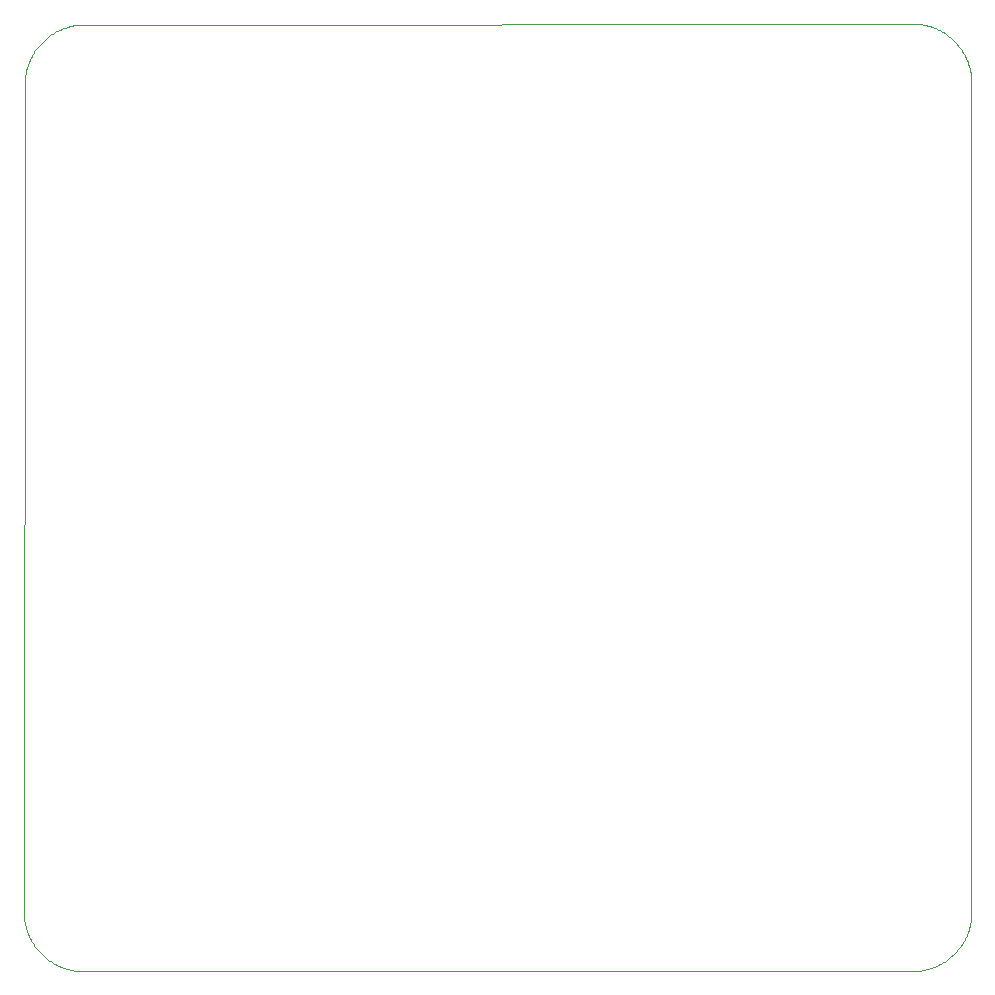
<source format=gbr>
%TF.GenerationSoftware,KiCad,Pcbnew,9.0.1*%
%TF.CreationDate,2025-11-07T15:46:44-06:00*%
%TF.ProjectId,cubesat Sim board,63756265-7361-4742-9053-696d20626f61,rev?*%
%TF.SameCoordinates,Original*%
%TF.FileFunction,Profile,NP*%
%FSLAX46Y46*%
G04 Gerber Fmt 4.6, Leading zero omitted, Abs format (unit mm)*
G04 Created by KiCad (PCBNEW 9.0.1) date 2025-11-07 15:46:44*
%MOMM*%
%LPD*%
G01*
G04 APERTURE LIST*
%TA.AperFunction,Profile*%
%ADD10C,0.025400*%
%TD*%
G04 APERTURE END LIST*
D10*
X115400130Y-124648900D02*
X115392760Y-124528250D01*
X191321240Y-129239190D02*
X191201090Y-129254940D01*
X116077040Y-126821620D02*
X116017090Y-126716720D01*
X117824739Y-49904555D02*
X117928119Y-49841565D01*
X193634160Y-50080350D02*
X193729660Y-50154770D01*
X191904670Y-49231220D02*
X192021260Y-49264240D01*
X192711120Y-128827200D02*
X192600380Y-128876730D01*
X115595710Y-125716470D02*
X115562430Y-125600130D01*
X116488520Y-127417500D02*
X116414100Y-127322510D01*
X193823390Y-50231480D02*
X193915340Y-50310470D01*
X192928550Y-128720020D02*
X192820600Y-128774880D01*
X195567860Y-125007550D02*
X195548560Y-125127440D01*
X195540940Y-53214710D02*
X195560240Y-53334340D01*
X190950140Y-49070950D02*
X191070790Y-49080860D01*
X116036069Y-51838515D02*
X116093219Y-51731835D01*
X115386920Y-124286700D02*
X115463120Y-59189800D01*
X194178990Y-50560410D02*
X194262810Y-50647780D01*
X191441120Y-129220400D02*
X191321240Y-129239190D01*
X194344600Y-50737440D02*
X194424100Y-50828880D01*
X119268479Y-49291405D02*
X119386589Y-49263465D01*
X120104899Y-49156525D02*
X120225799Y-49148905D01*
X194354250Y-127607240D02*
X194272460Y-127696900D01*
X195615360Y-124525210D02*
X195607990Y-124646360D01*
X192251890Y-49338410D02*
X192365680Y-49379560D01*
X115469399Y-54049075D02*
X115473209Y-53927915D01*
X115558809Y-53206815D02*
X115583189Y-53087935D01*
X194796460Y-127030660D02*
X194728650Y-127130990D01*
X115439500Y-125009080D02*
X115423500Y-124889440D01*
X194424100Y-50828880D02*
X194501320Y-50922100D01*
X118727270Y-129003230D02*
X118613990Y-128961820D01*
X116884429Y-50664015D02*
X116969779Y-50578165D01*
X193346890Y-128474910D02*
X193244520Y-128539930D01*
X115981209Y-51946715D02*
X116036069Y-51838515D01*
X193130730Y-49743800D02*
X193234620Y-49806030D01*
X195200830Y-126285680D02*
X195150790Y-126395920D01*
X195465750Y-52859110D02*
X195493690Y-52977220D01*
X120468119Y-49142305D02*
X190586920Y-49058760D01*
X117238249Y-50333055D02*
X117331469Y-50255835D01*
X115747779Y-52505265D02*
X115788929Y-52391475D01*
X194719250Y-51212930D02*
X194787320Y-51313260D01*
X117146809Y-50412555D02*
X117238249Y-50333055D01*
X194188900Y-127784530D02*
X194103040Y-127870130D01*
X115480319Y-53807015D02*
X115490229Y-53686365D01*
X190586920Y-49058760D02*
X190708080Y-49060030D01*
X191311580Y-49109300D02*
X191431220Y-49128100D01*
X192488620Y-128923470D02*
X192375840Y-128967670D01*
X115502929Y-53565715D02*
X115518669Y-53445575D01*
X195284140Y-52281760D02*
X195326050Y-52395300D01*
X115392760Y-124528250D02*
X115388440Y-124407600D01*
X118390220Y-128870640D02*
X118279980Y-128821110D01*
X195613070Y-53937590D02*
X195614850Y-54058750D01*
X119504949Y-49238315D02*
X119624079Y-49216215D01*
X191679120Y-129174170D02*
X191560250Y-129198810D01*
X115583189Y-53087935D02*
X115610369Y-52969825D01*
X191669220Y-49173820D02*
X191787330Y-49201000D01*
X195409620Y-125716970D02*
X195373550Y-125832540D01*
X192365680Y-49379560D02*
X192478710Y-49423760D01*
X192918640Y-49626700D02*
X193025320Y-49683850D01*
X191550340Y-49149440D02*
X191669220Y-49173820D01*
X115959690Y-126610290D02*
X115904830Y-126502600D01*
X195600630Y-53695530D02*
X195608250Y-53816430D01*
X191191440Y-49093560D02*
X191311580Y-49109300D01*
X195548560Y-125127440D02*
X195526460Y-125246570D01*
X120225799Y-49148905D02*
X120346959Y-49144085D01*
X117851990Y-128596570D02*
X117748610Y-128534090D01*
X115423500Y-124889440D02*
X115410290Y-124769300D01*
X120145360Y-129280850D02*
X120024710Y-129273480D01*
X193234620Y-49806030D02*
X193336980Y-49871050D01*
X117956890Y-128656520D02*
X117851990Y-128596570D01*
X115537469Y-53325935D02*
X115558809Y-53206815D01*
X194510970Y-127422080D02*
X194433750Y-127515550D01*
X195089330Y-51838030D02*
X195141900Y-51947250D01*
X120266010Y-129285170D02*
X120145360Y-129280850D01*
X195560240Y-53334340D02*
X195576500Y-53454480D01*
X190829240Y-49063840D02*
X190950140Y-49070950D01*
X119624079Y-49216215D02*
X119743709Y-49196915D01*
X115879859Y-52166685D02*
X115929139Y-52056195D01*
X193140640Y-128602670D02*
X193035480Y-128662610D01*
X191070790Y-49080860D02*
X191191440Y-49093560D01*
X117622299Y-50037905D02*
X117722629Y-49969835D01*
X192600380Y-128876730D02*
X192488620Y-128923470D01*
X194272460Y-127696900D02*
X194188900Y-127784530D01*
X195493690Y-52977220D02*
X195518840Y-53095580D01*
X120024710Y-129273480D02*
X119904310Y-129263320D01*
X194005250Y-50391750D02*
X194093140Y-50475060D01*
X115670380Y-125946340D02*
X115631520Y-125831780D01*
X115929139Y-52056195D02*
X115981209Y-51946715D01*
X116341960Y-127225730D02*
X116272110Y-127126930D01*
X190959790Y-129278050D02*
X190838640Y-129285170D01*
X192137080Y-49299800D02*
X192251890Y-49338410D01*
X118279980Y-128821110D02*
X118171010Y-128768780D01*
X192820600Y-128774880D02*
X192711120Y-128827200D01*
X118578359Y-49517715D02*
X118691129Y-49473015D01*
X116153169Y-51626425D02*
X116215399Y-51522535D01*
X117071190Y-128029140D02*
X116981790Y-127948110D01*
X116347729Y-51319595D02*
X116417579Y-51220535D01*
X118613990Y-128961820D02*
X118501470Y-128917630D01*
X194585900Y-127326830D02*
X194510970Y-127422080D01*
X191080440Y-129267890D02*
X190959790Y-129278050D01*
X115473209Y-53927915D02*
X115480319Y-53807015D01*
X116489719Y-51122995D02*
X116564139Y-51027495D01*
X193336980Y-49871050D02*
X193437560Y-49938360D01*
X194852600Y-51415370D02*
X194915590Y-51518750D01*
X118501470Y-128917630D02*
X118390220Y-128870640D01*
X115410290Y-124769300D02*
X115400130Y-124648900D01*
X116801119Y-50751905D02*
X116884429Y-50664015D01*
X119743709Y-49196915D02*
X119863849Y-49180655D01*
X115802970Y-126283390D02*
X115755980Y-126172140D01*
X194728650Y-127130990D02*
X194658290Y-127229800D01*
X190614860Y-129286690D02*
X120386910Y-129286690D01*
X118841830Y-129042090D02*
X118727270Y-129003230D01*
X117523749Y-50108015D02*
X117622299Y-50037905D01*
X193035480Y-128662610D02*
X192928550Y-128720020D01*
X195619930Y-124404050D02*
X195615360Y-124525210D01*
X192590470Y-49470490D02*
X192700960Y-49519770D01*
X192810440Y-49571840D02*
X192918640Y-49626700D01*
X115755980Y-126172140D02*
X115711790Y-126059620D01*
X119984249Y-49167195D02*
X120104899Y-49156525D01*
X195292530Y-126061140D02*
X195248080Y-126173920D01*
X194915590Y-51518750D02*
X194976040Y-51623900D01*
X194014910Y-127953440D02*
X193924990Y-128034720D01*
X116417579Y-51220535D02*
X116489719Y-51122995D01*
X117426719Y-50180905D02*
X117523749Y-50108015D01*
X195248080Y-126173920D02*
X195200830Y-126285680D01*
X194924730Y-126824920D02*
X194861740Y-126928550D01*
X195373550Y-125832540D02*
X195334440Y-125947350D01*
X117646760Y-128469060D02*
X117546680Y-128401500D01*
X115458290Y-125128460D02*
X115439500Y-125009080D01*
X117722629Y-49969835D02*
X117824739Y-49904555D01*
X116272110Y-127126930D02*
X116204550Y-127026850D01*
X116204550Y-127026850D02*
X116139520Y-126925000D01*
X193924990Y-128034720D02*
X193833300Y-128113970D01*
X116093219Y-51731835D02*
X116153169Y-51626425D01*
X118171010Y-128768780D02*
X118063320Y-128713920D01*
X115463120Y-59189800D02*
X115469399Y-54049075D01*
X195334440Y-125947350D02*
X195292530Y-126061140D01*
X195435020Y-52742010D02*
X195465750Y-52859110D01*
X117057149Y-50494345D02*
X117146809Y-50412555D01*
X115788929Y-52391475D02*
X115833129Y-52278445D01*
X195589960Y-53574880D02*
X195600630Y-53695530D01*
X193915340Y-50310470D02*
X194005250Y-50391750D01*
X115518669Y-53445575D02*
X115537469Y-53325935D01*
X115480140Y-125247330D02*
X115458290Y-125128460D01*
X117447880Y-128331650D02*
X117351100Y-128259510D01*
X191201090Y-129254940D02*
X191080440Y-129267890D01*
X195584120Y-124887410D02*
X195567860Y-125007550D01*
X116139520Y-126925000D02*
X116077040Y-126821620D01*
X119151379Y-49322135D02*
X119268479Y-49291405D01*
X115388440Y-124407600D02*
X115386920Y-124286700D01*
X119307920Y-129168830D02*
X119190320Y-129141400D01*
X194576250Y-51017350D02*
X194649140Y-51114380D01*
X195576500Y-53454480D02*
X195589960Y-53574880D01*
X116640849Y-50933765D02*
X116719839Y-50841815D01*
X195597330Y-124767010D02*
X195584120Y-124887410D01*
X116894410Y-127864800D02*
X116808810Y-127779200D01*
X195443150Y-125600390D02*
X195409620Y-125716970D01*
X117546680Y-128401500D02*
X117447880Y-128331650D01*
X120386910Y-129286690D02*
X120266010Y-129285170D01*
X118033269Y-49781115D02*
X118139699Y-49723205D01*
X195033950Y-51730330D02*
X195089330Y-51838030D01*
X194861740Y-126928550D02*
X194796460Y-127030660D01*
X192031170Y-129083490D02*
X191914580Y-129116510D01*
X194093140Y-50475060D02*
X194178990Y-50560410D01*
X190838640Y-129285170D02*
X190717480Y-129285365D01*
X193833300Y-128113970D02*
X193739570Y-128190680D01*
X193644070Y-128265360D02*
X193546530Y-128337750D01*
X195621710Y-124282890D02*
X195619930Y-124404050D01*
X194103040Y-127870130D02*
X194014910Y-127953440D01*
X115490229Y-53686365D02*
X115502929Y-53565715D01*
X195607990Y-124646360D02*
X195597330Y-124767010D01*
X118957140Y-129077900D02*
X118841830Y-129042090D01*
X193729660Y-50154770D02*
X193823390Y-50231480D01*
X118691129Y-49473015D02*
X118804669Y-49431105D01*
X118063320Y-128713920D02*
X117956890Y-128656520D01*
X116215399Y-51522535D02*
X116280419Y-51420175D01*
X195150790Y-126395920D02*
X195098220Y-126505140D01*
X116564139Y-51027495D02*
X116640849Y-50933765D01*
X190717480Y-129286000D02*
X190614860Y-129286690D01*
X119386589Y-49263465D02*
X119504949Y-49238315D01*
X194649140Y-51114380D02*
X194719250Y-51212930D01*
X195401490Y-52625680D02*
X195435020Y-52742010D01*
X194787320Y-51313260D02*
X194852600Y-51415370D01*
X115610369Y-52969825D02*
X115640589Y-52852485D01*
X194262810Y-50647780D02*
X194344600Y-50737440D01*
X115904830Y-126502600D02*
X115852500Y-126393630D01*
X117331469Y-50255835D02*
X117426719Y-50180905D01*
X115833129Y-52278445D02*
X115879859Y-52166685D01*
X119863849Y-49180655D02*
X119984249Y-49167195D01*
X119904310Y-129263320D02*
X119784170Y-129250110D01*
X193739570Y-128190680D02*
X193644070Y-128265360D01*
X194985190Y-126719770D02*
X194924730Y-126824920D01*
X116644470Y-127602420D02*
X116565230Y-127510980D01*
X115640589Y-52852485D02*
X115673609Y-52735895D01*
X192146990Y-129047680D02*
X192031170Y-129083490D01*
X116565230Y-127510980D02*
X116488520Y-127417500D01*
X193244520Y-128539930D02*
X193140640Y-128602670D01*
X195608250Y-53816430D02*
X195613070Y-53937590D01*
X118466849Y-49565215D02*
X118578359Y-49517715D01*
X115852500Y-126393630D02*
X115802970Y-126283390D01*
X192478710Y-49423760D02*
X192590470Y-49470490D01*
X120346959Y-49144085D02*
X120468119Y-49142305D01*
X195526460Y-125246570D02*
X195501570Y-125365180D01*
X117351100Y-128259510D02*
X117256110Y-128185090D01*
X195615110Y-54058750D02*
X195615110Y-124286700D01*
X195501570Y-125365180D02*
X195473880Y-125483040D01*
X195141900Y-51947250D02*
X195191940Y-52057480D01*
X117928119Y-49841565D02*
X118033269Y-49781115D01*
X119664530Y-129234110D02*
X119545150Y-129215320D01*
X116719839Y-50841815D02*
X116801119Y-50751905D01*
X193025320Y-49683850D02*
X193130730Y-49743800D01*
X117748610Y-128534090D02*
X117646760Y-128469060D01*
X118356619Y-49615255D02*
X118466849Y-49565215D01*
X195042840Y-126613090D02*
X194985190Y-126719770D01*
X116969779Y-50578165D02*
X117057149Y-50494345D01*
X194658290Y-127229800D02*
X194585900Y-127326830D01*
X194433750Y-127515550D02*
X194354250Y-127607240D01*
X115711790Y-126059620D02*
X115670380Y-125946340D01*
X116808810Y-127779200D02*
X116725500Y-127691820D01*
X119073480Y-129111180D02*
X118957140Y-129077900D01*
X191560250Y-129198810D02*
X191441120Y-129220400D01*
X192375840Y-128967670D02*
X192261800Y-129009070D01*
X118247399Y-49667825D02*
X118356619Y-49615255D01*
X115709169Y-52620075D02*
X115747779Y-52505265D01*
X117256110Y-128185090D02*
X117162630Y-128108380D01*
X191796980Y-129146740D02*
X191679120Y-129174170D01*
X194976040Y-51623900D02*
X195033950Y-51730330D01*
X119784170Y-129250110D02*
X119664530Y-129234110D01*
X117162630Y-128108380D02*
X117071190Y-128029140D01*
X119035049Y-49355665D02*
X119151379Y-49322135D01*
X193536620Y-50008210D02*
X193634160Y-50080350D01*
X116981790Y-127948110D02*
X116894410Y-127864800D01*
X195473880Y-125483040D02*
X195443150Y-125600390D01*
X115504780Y-125365690D02*
X115480140Y-125247330D01*
X118804669Y-49431105D02*
X118919479Y-49391985D01*
X115532210Y-125483290D02*
X115504780Y-125365690D01*
X194501320Y-50922100D02*
X194576250Y-51017350D01*
X193447470Y-128407600D02*
X193346890Y-128474910D01*
X116725500Y-127691820D02*
X116644470Y-127602420D01*
X192700960Y-49519770D02*
X192810440Y-49571840D01*
X119426280Y-129193470D02*
X119307920Y-129168830D01*
X118139699Y-49723205D02*
X118247399Y-49667825D01*
X192261800Y-129009070D02*
X192146990Y-129047680D01*
X191914580Y-129116510D02*
X191796980Y-129146740D01*
X119190320Y-129141400D02*
X119073480Y-129111180D01*
X195191940Y-52057480D02*
X195239440Y-52168990D01*
X192021260Y-49264240D02*
X192137080Y-49299800D01*
X115562430Y-125600130D02*
X115532210Y-125483290D01*
X116017090Y-126716720D02*
X115959690Y-126610290D01*
X195098220Y-126505140D02*
X195042840Y-126613090D01*
X195518840Y-53095580D02*
X195540940Y-53214710D01*
X115631520Y-125831780D02*
X115595710Y-125716470D01*
X119545150Y-129215320D02*
X119426280Y-129193470D01*
X191431220Y-49128100D02*
X191550340Y-49149440D01*
X195326050Y-52395300D02*
X195365170Y-52510110D01*
X118919479Y-49391985D02*
X119035049Y-49355665D01*
X193437560Y-49938360D02*
X193536620Y-50008210D01*
X195239440Y-52168990D02*
X195284140Y-52281760D01*
X116280419Y-51420175D02*
X116347729Y-51319595D01*
X115673609Y-52735895D02*
X115709169Y-52620075D01*
X193546530Y-128337750D02*
X193447470Y-128407600D01*
X195365170Y-52510110D02*
X195401490Y-52625680D01*
X116414100Y-127322510D02*
X116341960Y-127225730D01*
X191787330Y-49201000D02*
X191904670Y-49231220D01*
X190708080Y-49060030D02*
X190829240Y-49063840D01*
M02*

</source>
